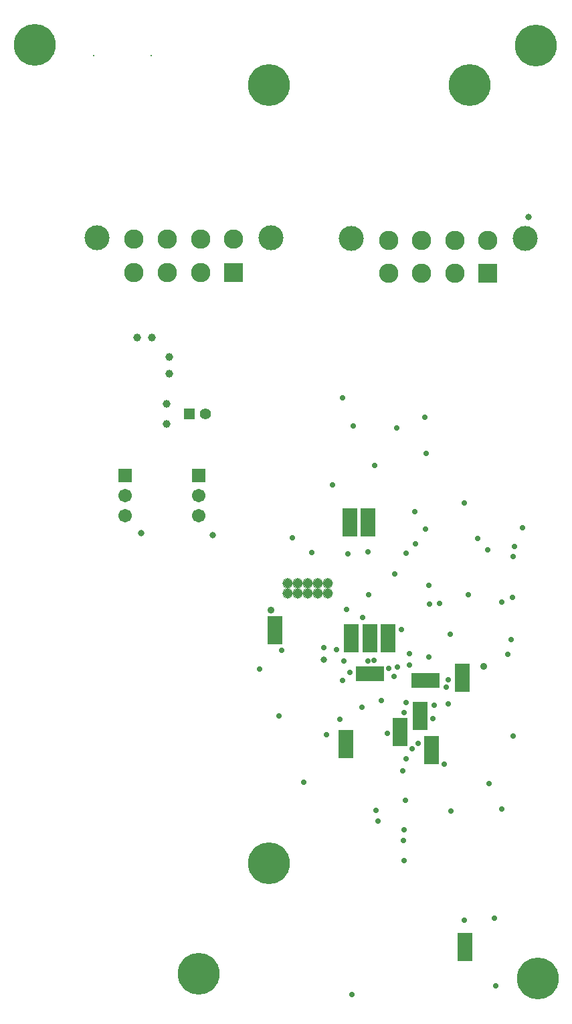
<source format=gbs>
G04*
G04 #@! TF.GenerationSoftware,Altium Limited,Altium Designer,21.7.2 (23)*
G04*
G04 Layer_Color=16711935*
%FSLAX25Y25*%
%MOIN*%
G70*
G04*
G04 #@! TF.SameCoordinates,186AB076-094B-42DB-82BF-AC498878BA60*
G04*
G04*
G04 #@! TF.FilePolarity,Negative*
G04*
G01*
G75*
%ADD19C,0.00000*%
%ADD60C,0.00800*%
%ADD61C,0.12411*%
%ADD62C,0.09655*%
%ADD63R,0.09655X0.09655*%
%ADD64C,0.05556*%
%ADD65R,0.05556X0.05556*%
%ADD66R,0.06737X0.06737*%
%ADD67C,0.06737*%
%ADD68C,0.04500*%
%ADD69C,0.20800*%
%ADD70C,0.02847*%
%ADD71C,0.03300*%
%ADD72C,0.03600*%
%ADD73C,0.03950*%
%ADD74C,0.03900*%
%ADD75C,0.02800*%
%ADD139R,0.07808X0.14304*%
%ADD140R,0.14304X0.07808*%
D19*
X-118351Y214400D02*
G03*
X-118351Y214400I-2449J0D01*
G01*
Y209400D02*
G03*
X-118351Y209400I-2449J0D01*
G01*
X-123351Y214400D02*
G03*
X-123351Y214400I-2449J0D01*
G01*
Y209400D02*
G03*
X-123351Y209400I-2449J0D01*
G01*
X-128351Y214400D02*
G03*
X-128351Y214400I-2449J0D01*
G01*
Y209400D02*
G03*
X-128351Y209400I-2449J0D01*
G01*
X-133351Y214400D02*
G03*
X-133351Y214400I-2449J0D01*
G01*
Y209400D02*
G03*
X-133351Y209400I-2449J0D01*
G01*
X-138351Y214400D02*
G03*
X-138351Y214400I-2449J0D01*
G01*
Y209400D02*
G03*
X-138351Y209400I-2449J0D01*
G01*
D60*
X-237470Y477200D02*
D03*
X-208730D02*
D03*
D61*
X-109054Y385943D02*
D03*
X-22440D02*
D03*
X-235804Y386487D02*
D03*
X-149190D02*
D03*
D62*
X-90550Y385191D02*
D03*
X-74015D02*
D03*
X-57479D02*
D03*
X-40944D02*
D03*
X-90550Y368655D02*
D03*
X-74015D02*
D03*
X-57479D02*
D03*
X-217300Y385735D02*
D03*
X-200765D02*
D03*
X-184229D02*
D03*
X-167694D02*
D03*
X-217300Y369200D02*
D03*
X-200765D02*
D03*
X-184229D02*
D03*
D63*
X-40944Y368655D02*
D03*
X-167694Y369200D02*
D03*
D64*
X-181863Y298700D02*
D03*
D65*
X-189737D02*
D03*
D66*
X-185058Y268000D02*
D03*
X-221600Y267900D02*
D03*
D67*
X-185058Y258000D02*
D03*
Y248000D02*
D03*
X-221600Y247900D02*
D03*
Y257900D02*
D03*
D68*
X-120800Y214400D02*
D03*
Y209400D02*
D03*
X-125800Y214400D02*
D03*
Y209400D02*
D03*
X-130800Y214400D02*
D03*
Y209400D02*
D03*
X-135800Y214400D02*
D03*
Y209400D02*
D03*
X-140800Y214400D02*
D03*
Y209400D02*
D03*
D69*
X-266900Y482300D02*
D03*
X-150000Y75000D02*
D03*
X-185100Y20000D02*
D03*
X-16200Y17600D02*
D03*
X-17100Y481900D02*
D03*
X-50000Y462500D02*
D03*
X-150000D02*
D03*
D70*
X-37000Y14200D02*
D03*
X-52600Y46800D02*
D03*
X-108800Y9800D02*
D03*
X-84100Y191300D02*
D03*
X-100900Y175700D02*
D03*
X-60600Y154500D02*
D03*
X-59800Y188900D02*
D03*
X-34000Y204900D02*
D03*
X-100600Y230200D02*
D03*
X-87500Y219100D02*
D03*
X-65000Y204500D02*
D03*
X-50600Y208771D02*
D03*
X-122624Y182300D02*
D03*
X-103900Y152700D02*
D03*
X-80000Y179400D02*
D03*
X-81700Y127200D02*
D03*
X-82900Y150100D02*
D03*
X-97500Y272900D02*
D03*
X-103400Y197500D02*
D03*
X-143800Y181224D02*
D03*
X-85942Y172766D02*
D03*
X-29547Y186253D02*
D03*
X-67600Y153700D02*
D03*
X-81900Y154900D02*
D03*
X-86300Y291800D02*
D03*
X-138500Y237200D02*
D03*
X-113500Y306700D02*
D03*
X-118300Y263400D02*
D03*
X-34000Y102000D02*
D03*
X-132600Y115550D02*
D03*
X-114900Y146600D02*
D03*
X-145200Y148300D02*
D03*
X-121300Y139100D02*
D03*
X-113300Y166000D02*
D03*
X-83400Y121200D02*
D03*
X-62600Y124500D02*
D03*
X-78900Y132000D02*
D03*
X-75900Y134600D02*
D03*
X-28500Y138400D02*
D03*
X-91010Y139590D02*
D03*
X-68427Y147073D02*
D03*
X-94200Y156000D02*
D03*
X-61700Y162700D02*
D03*
X-109800Y170200D02*
D03*
X-154900Y171800D02*
D03*
X-111300Y201300D02*
D03*
X-112800Y175700D02*
D03*
X-116407Y181513D02*
D03*
X-110700Y229000D02*
D03*
X-128700Y229600D02*
D03*
X-60700Y166400D02*
D03*
X-87600Y167900D02*
D03*
X-90300Y171900D02*
D03*
X-80000Y173800D02*
D03*
X-97800Y175900D02*
D03*
X-70548Y177752D02*
D03*
X-31200Y179000D02*
D03*
X-70200Y203900D02*
D03*
X-108100Y292700D02*
D03*
X-100400Y208800D02*
D03*
X-81800Y229300D02*
D03*
X-77500Y250200D02*
D03*
X-77200Y233900D02*
D03*
X-72500Y297100D02*
D03*
X-72173Y241327D02*
D03*
X-71800Y279200D02*
D03*
X-70400Y213400D02*
D03*
X-52600Y254500D02*
D03*
X-37700Y47700D02*
D03*
X-83050Y86250D02*
D03*
X-82644Y91823D02*
D03*
X-95923Y96123D02*
D03*
X-59500Y101050D02*
D03*
X-96700Y101300D02*
D03*
X-28800Y207500D02*
D03*
X-46200Y236700D02*
D03*
X-41200Y230900D02*
D03*
X-28376Y227800D02*
D03*
X-27729Y232700D02*
D03*
X-23900Y242200D02*
D03*
X-81977Y106292D02*
D03*
X-40300Y114700D02*
D03*
D71*
X-122600Y176400D02*
D03*
X-20800Y396800D02*
D03*
X-213900Y239300D02*
D03*
X-178100Y238500D02*
D03*
D72*
X-43000Y173000D02*
D03*
X-149100Y201000D02*
D03*
D73*
X-201200Y293661D02*
D03*
X-208500Y336561D02*
D03*
X-215900D02*
D03*
X-201200Y303561D02*
D03*
D74*
X-199600Y327161D02*
D03*
Y318761D02*
D03*
D75*
X-82700Y76300D02*
D03*
D139*
X-52500Y33300D02*
D03*
X-147200Y190900D02*
D03*
X-84600Y140500D02*
D03*
X-69100Y131300D02*
D03*
X-74900Y148500D02*
D03*
X-53700Y167300D02*
D03*
X-90800Y187100D02*
D03*
X-109000D02*
D03*
X-99900D02*
D03*
X-100600Y244600D02*
D03*
X-109600D02*
D03*
X-111600Y134300D02*
D03*
D140*
X-99600Y169500D02*
D03*
X-72100Y166200D02*
D03*
M02*

</source>
